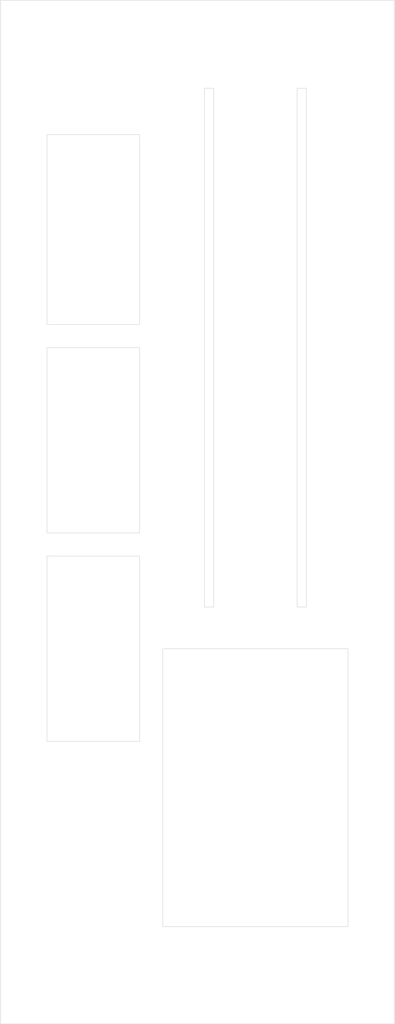
<source format=kicad_pcb>
(kicad_pcb (version 20211014) (generator pcbnew)
  (layers (0 "F.Cu" signal) (31 "B.Cu" signal) (34 "B.Paste" user) (35 "F.Paste" user) (36 "B.SilkS" user "B.Silkscreen") (37 "F.SilkS" user "F.Silkscreen") (38 "B.Mask" user) (39 "F.Mask" user) (44 "Edge.Cuts" user))
  (net 0 "")
  (footprint "MountingHole:MountingHole_3.2mm_M3_DIN965" (layer "F.Cu") (at 120 220)
    (fp_text reference "H4" hide)
    (fp_text value "MountingHole")
    (pad "" np_thru_hole circle (at 0 0) (size 3.2 3.2) (drill 3.2) (layers *.Cu *.Mask))
  )
  (footprint "MountingHole:MountingHole_3.2mm_M3_DIN965" (layer "F.Cu") (at 120 195)
    (fp_text reference "H3" hide)
    (fp_text value "MountingHole")
    (pad "" np_thru_hole circle (at 0 0) (size 3.2 3.2) (drill 3.2) (layers *.Cu *.Mask))
  )
  (footprint "MountingHole:MountingHole_3.2mm_M3_DIN965" (layer "F.Cu") (at 45 10)
    (fp_text reference "H4" hide)
    (fp_text value "MountingHole")
    (pad "" np_thru_hole circle (at 0 0) (size 3.2 3.2) (drill 3.2) (layers *.Cu *.Mask))
  )
  (footprint "MountingHole:MountingHole_3.2mm_M3_DIN965" (layer "F.Cu") (at 120 140)
    (fp_text reference "H2" hide)
    (fp_text value "MountingHole")
    (pad "" np_thru_hole circle (at 0 0) (size 3.2 3.2) (drill 3.2) (layers *.Cu *.Mask))
  )
  (footprint "MountingHole:MountingHole_3.2mm_M3_DIN965" (layer "F.Cu") (at 45.08 140)
    (fp_text reference "H1" hide)
    (fp_text value "MountingHole")
    (pad "" np_thru_hole circle (at 0 0) (size 3.2 3.2) (drill 3.2) (layers *.Cu *.Mask))
  )
  (footprint "MountingHole:MountingHole_3.2mm_M3_DIN965" (layer "F.Cu") (at 120 10)
    (fp_text reference "H4" hide)
    (fp_text value "MountingHole")
    (pad "" np_thru_hole circle (at 0 0) (size 3.2 3.2) (drill 3.2) (layers *.Cu *.Mask))
  )
  (footprint "MountingHole:MountingHole_3.2mm_M3_DIN965" (layer "F.Cu") (at 45 220)
    (fp_text reference "H4" hide)
    (fp_text value "MountingHole")
    (pad "" np_thru_hole circle (at 0 0) (size 3.2 3.2) (drill 3.2) (layers *.Cu *.Mask))
  )
  (footprint "MountingHole:MountingHole_3.2mm_M3_DIN965" (layer "F.Cu") (at 45 195)
    (fp_text reference "H4" hide)
    (fp_text value "MountingHole")
    (pad "" np_thru_hole circle (at 0 0) (size 3.2 3.2) (drill 3.2) (layers *.Cu *.Mask))
  )
  (footprint "MountingHole:MountingHole_3.2mm_M3_DIN965" (layer "F.Cu") (at 120 25)
    (fp_text reference "H5" hide)
    (fp_text value "MountingHole")
    (pad "" np_thru_hole circle (at 0 0) (size 3.2 3.2) (drill 3.2) (layers *.Cu *.Mask))
  )
  (footprint "MountingHole:MountingHole_3.2mm_M3_DIN965" (layer "F.Cu") (at 45 25)
    (fp_text reference "H6" hide)
    (fp_text value "MountingHole")
    (pad "" np_thru_hole circle (at 0 0) (size 3.2 3.2) (drill 3.2) (layers *.Cu *.Mask))
  )
  (gr_rect (start 104 24) (end 106 136) (layer "Edge.Cuts") (width 0.1) (fill none))
  (gr_rect (start 70 75) (end 50 34) (layer "Edge.Cuts") (width 0.1) (fill none))
  (gr_rect (start 75 145) (end 115 205) (layer "Edge.Cuts") (width 0.1) (fill none))
  (gr_rect (start 84 136) (end 86 24) (layer "Edge.Cuts") (width 0.1) (fill none))
  (gr_rect (start 40 5) (end 125 226) (layer "Edge.Cuts") (width 0.1) (fill none))
  (gr_rect (start 50 120) (end 70 80) (layer "Edge.Cuts") (width 0.1) (fill none))
  (gr_rect (start 70 125) (end 50 165) (layer "Edge.Cuts") (width 0.1) (fill none))
)
</source>
